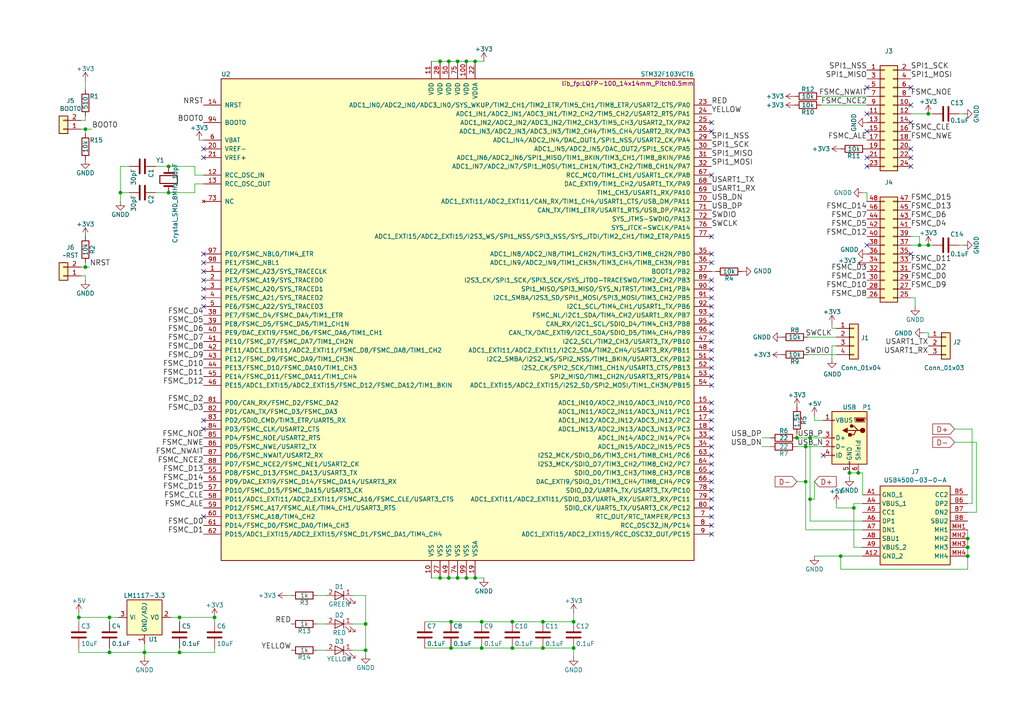
<source format=kicad_sch>
(kicad_sch (version 20230121) (generator eeschema)
  (paper "A4")
  (title_block (title "NANDO") (rev "v3.4"))
  (lib_symbols
    (symbol "USB4500-03-0-A:USB4500-03-0-A"
      (property "Reference" "J" (at 26.67 7.62 0))
      (property "Value" "USB4500-03-0-A" (at 26.67 5.08 0))
      (symbol "USB4500-03-0-A_1_1"
        (pin passive line (at 0 0 0) (length 5.08) (name "GND_1") (number "A1"))
        (pin passive line (at 0 -17.78 0) (length 5.08) (name "GND_2") (number "A12"))
        (pin passive line (at 0 -2.54 0) (length 5.08) (name "VBUS_1") (number "A4"))
        (pin passive line (at 0 -5.08 0) (length 5.08) (name "CC1") (number "A5"))
        (pin passive line (at 0 -7.62 0) (length 5.08) (name "DP1") (number "A6"))
        (pin passive line (at 0 -10.16 0) (length 5.08) (name "DN1") (number "A7"))
        (pin passive line (at 0 -12.7 0) (length 5.08) (name "SBU1") (number "A8"))
        (pin passive line (at 0 -15.24 0) (length 5.08) (name "VBUS_2") (number "A9"))
        (pin passive line (at 30.48 0 180) (length 5.08) (name "CC2") (number "B5"))
        (pin passive line (at 30.48 -2.54 180) (length 5.08) (name "DP2") (number "B6"))
        (pin passive line (at 30.48 -5.08 180) (length 5.08) (name "DN2") (number "B7"))
        (pin passive line (at 30.48 -7.62 180) (length 5.08) (name "SBU2") (number "B8"))
        (pin passive line (at 30.48 -10.16 180) (length 5.08) (name "MH1") (number "MH1"))
        (pin passive line (at 30.48 -12.7 180) (length 5.08) (name "MH2") (number "MH2"))
        (pin passive line (at 30.48 -15.24 180) (length 5.08) (name "MH3") (number "MH3"))
        (pin passive line (at 30.48 -17.78 180) (length 5.08) (name "MH4") (number "MH4"))
      )
    )
    (symbol "nand_programmator:+3.3V" (power) (pin_names (offset 0))
      (property "Value" "+3.3V" (at 0 3.556 0))
      (symbol "+3.3V_1_1"
        (pin power_in line (at 0 0 90) (length 0) hide (name "+3V3") (number "1"))
      )
    )
    (symbol "nand_programmator:+5V" (power) (pin_names (offset 0))
      (property "Value" "+5V" (at 0 3.556 0))
      (symbol "+5V_1_1"
        (pin power_in line (at 0 0 90) (length 0) hide (name "+5V") (number "1"))
      )
    )
    (symbol "nand_programmator:C" (pin_numbers hide) (pin_names (offset 0.254))
      (property "Reference" "C" (at 0.635 2.54 0))
      (property "Value" "C" (at 0.635 -2.54 0))
      (symbol "C_1_1"
        (pin passive line (at 0 3.81 270) (length 2.794) (name "~") (number "1"))
        (pin passive line (at 0 -3.81 90) (length 2.794) (name "~") (number "2"))
      )
    )
    (symbol "nand_programmator:Conn_01x02" (pin_names (offset 1.016) hide)
      (property "Reference" "J" (at 0 2.54 0))
      (property "Value" "Conn_01x02" (at 0 -5.08 0))
      (symbol "Conn_01x02_1_1"
        (pin passive line (at -5.08 0 0) (length 3.81) (name "Pin_1") (number "1"))
        (pin passive line (at -5.08 -2.54 0) (length 3.81) (name "Pin_2") (number "2"))
      )
    )
    (symbol "nand_programmator:Conn_01x03" (pin_names (offset 1.016) hide)
      (property "Reference" "J" (at 0 5.08 0))
      (property "Value" "Conn_01x03" (at 0 -5.08 0))
      (symbol "Conn_01x03_1_1"
        (pin passive line (at -5.08 2.54 0) (length 3.81) (name "Pin_1") (number "1"))
        (pin passive line (at -5.08 0 0) (length 3.81) (name "Pin_2") (number "2"))
        (pin passive line (at -5.08 -2.54 0) (length 3.81) (name "Pin_3") (number "3"))
      )
    )
    (symbol "nand_programmator:Conn_01x04" (pin_names (offset 1.016) hide)
      (property "Reference" "J" (at 0 5.08 0))
      (property "Value" "Conn_01x04" (at 0 -7.62 0))
      (symbol "Conn_01x04_1_1"
        (pin passive line (at -5.08 2.54 0) (length 3.81) (name "Pin_1") (number "1"))
        (pin passive line (at -5.08 0 0) (length 3.81) (name "Pin_2") (number "2"))
        (pin passive line (at -5.08 -2.54 0) (length 3.81) (name "Pin_3") (number "3"))
        (pin passive line (at -5.08 -5.08 0) (length 3.81) (name "Pin_4") (number "4"))
      )
    )
    (symbol "nand_programmator:Conn_02x12_Odd_Even_Left" (pin_names (offset 1.016) hide)
      (property "Reference" "J" (at 1.27 15.24 0))
      (property "Value" "Conn_02x12_Odd_Even_Left" (at 1.27 -17.78 0))
      (symbol "Conn_02x12_Odd_Even_Left_1_1"
        (pin passive line (at -5.08 12.7 0) (length 3.81) (name "Pin_1") (number "1"))
        (pin passive line (at 7.62 2.54 180) (length 3.81) (name "Pin_10") (number "10"))
        (pin passive line (at -5.08 0 0) (length 3.81) (name "Pin_11") (number "11"))
        (pin passive line (at 7.62 0 180) (length 3.81) (name "Pin_12") (number "12"))
        (pin passive line (at -5.08 -2.54 0) (length 3.81) (name "Pin_13") (number "13"))
        (pin passive line (at 7.62 -2.54 180) (length 3.81) (name "Pin_14") (number "14"))
        (pin passive line (at -5.08 -5.08 0) (length 3.81) (name "Pin_15") (number "15"))
        (pin passive line (at 7.62 -5.08 180) (length 3.81) (name "Pin_16") (number "16"))
        (pin passive line (at -5.08 -7.62 0) (length 3.81) (name "Pin_17") (number "17"))
        (pin passive line (at 7.62 -7.62 180) (length 3.81) (name "Pin_18") (number "18"))
        (pin passive line (at -5.08 -10.16 0) (length 3.81) (name "Pin_19") (number "19"))
        (pin passive line (at 7.62 12.7 180) (length 3.81) (name "Pin_2") (number "2"))
        (pin passive line (at 7.62 -10.16 180) (length 3.81) (name "Pin_20") (number "20"))
        (pin passive line (at -5.08 -12.7 0) (length 3.81) (name "Pin_21") (number "21"))
        (pin passive line (at 7.62 -12.7 180) (length 3.81) (name "Pin_22") (number "22"))
        (pin passive line (at -5.08 -15.24 0) (length 3.81) (name "Pin_23") (number "23"))
        (pin passive line (at 7.62 -15.24 180) (length 3.81) (name "Pin_24") (number "24"))
        (pin passive line (at -5.08 10.16 0) (length 3.81) (name "Pin_3") (number "3"))
        (pin passive line (at 7.62 10.16 180) (length 3.81) (name "Pin_4") (number "4"))
        (pin passive line (at -5.08 7.62 0) (length 3.81) (name "Pin_5") (number "5"))
        (pin passive line (at 7.62 7.62 180) (length 3.81) (name "Pin_6") (number "6"))
        (pin passive line (at -5.08 5.08 0) (length 3.81) (name "Pin_7") (number "7"))
        (pin passive line (at 7.62 5.08 180) (length 3.81) (name "Pin_8") (number "8"))
        (pin passive line (at -5.08 2.54 0) (length 3.81) (name "Pin_9") (number "9"))
      )
    )
    (symbol "nand_programmator:Conn_02x12_Odd_Even_Right" (pin_names (offset 1.016) hide)
      (property "Reference" "J" (at 1.27 15.24 0))
      (property "Value" "Conn_02x12_Odd_Even_Right" (at 1.27 -17.78 0))
      (symbol "Conn_02x12_Odd_Even_Right_1_1"
        (pin passive line (at 7.62 -15.24 180) (length 3.81) (name "Pin_25") (number "25"))
        (pin passive line (at -5.08 -15.24 0) (length 3.81) (name "Pin_26") (number "26"))
        (pin passive line (at 7.62 -12.7 180) (length 3.81) (name "Pin_27") (number "27"))
        (pin passive line (at -5.08 -12.7 0) (length 3.81) (name "Pin_28") (number "28"))
        (pin passive line (at 7.62 -10.16 180) (length 3.81) (name "Pin_29") (number "29"))
        (pin passive line (at -5.08 -10.16 0) (length 3.81) (name "Pin_30") (number "30"))
        (pin passive line (at 7.62 -7.62 180) (length 3.81) (name "Pin_31") (number "31"))
        (pin passive line (at -5.08 -7.62 0) (length 3.81) (name "Pin_32") (number "32"))
        (pin passive line (at 7.62 -5.08 180) (length 3.81) (name "Pin_33") (number "33"))
        (pin passive line (at -5.08 -5.08 0) (length 3.81) (name "Pin_34") (number "34"))
        (pin passive line (at 7.62 -2.54 180) (length 3.81) (name "Pin_35") (number "35"))
        (pin passive line (at -5.08 -2.54 0) (length 3.81) (name "Pin_36") (number "36"))
        (pin passive line (at 7.62 0 180) (length 3.81) (name "Pin_37") (number "37"))
        (pin passive line (at -5.08 0 0) (length 3.81) (name "Pin_38") (number "38"))
        (pin passive line (at 7.62 2.54 180) (length 3.81) (name "Pin_39") (number "39"))
        (pin passive line (at -5.08 2.54 0) (length 3.81) (name "Pin_40") (number "40"))
        (pin passive line (at 7.62 5.08 180) (length 3.81) (name "Pin_41") (number "41"))
        (pin passive line (at -5.08 5.08 0) (length 3.81) (name "Pin_42") (number "42"))
        (pin passive line (at 7.62 7.62 180) (length 3.81) (name "Pin_43") (number "43"))
        (pin passive line (at -5.08 7.62 0) (length 3.81) (name "Pin_44") (number "44"))
        (pin passive line (at 7.62 10.16 180) (length 3.81) (name "Pin_45") (number "45"))
        (pin passive line (at -5.08 10.16 0) (length 3.81) (name "Pin_46") (number "46"))
        (pin passive line (at 7.62 12.7 180) (length 3.81) (name "Pin_47") (number "47"))
        (pin passive line (at -5.08 12.7 0) (length 3.81) (name "Pin_48") (number "48"))
      )
    )
    (symbol "nand_programmator:Crystal" (pin_numbers hide) (pin_names (offset 1.016) hide)
      (property "Reference" "Y" (at 0 3.81 0))
      (property "Value" "Crystal" (at 0 -3.81 0))
      (symbol "Crystal_1_1"
        (pin passive line (at -3.81 0 0) (length 1.27) (name "1") (number "1"))
        (pin passive line (at 3.81 0 180) (length 1.27) (name "2") (number "2"))
      )
    )
    (symbol "nand_programmator:GNDD" (power) (pin_names (offset 0))
      (property "Value" "GNDD" (at 0 -3.81 0))
      (symbol "GNDD_1_1"
        (pin power_in line (at 0 0 270) (length 0) hide (name "GNDD") (number "1"))
      )
    )
    (symbol "nand_programmator:LED" (pin_names (offset 1.016) hide)
      (property "Reference" "D" (at 0 2.54 0))
      (property "Value" "LED" (at 0 -2.54 0))
      (symbol "LED_1_1"
        (pin passive line (at -3.81 0 0) (length 2.54) (name "K") (number "1"))
        (pin passive line (at 3.81 0 180) (length 2.54) (name "A") (number "2"))
      )
    )
    (symbol "nand_programmator:LM1117-3.3" (pin_names (offset 0.762))
      (property "Reference" "U" (at 2.54 -6.35 0))
      (property "Value" "LM1117-3.3" (at 0 6.35 0))
      (symbol "LM1117-3.3_1_1"
        (pin power_in line (at 0 -7.62 90) (length 2.54) (name "GND/ADJ") (number "1"))
        (pin power_out line (at 7.62 0 180) (length 2.54) (name "VO") (number "2"))
        (pin power_in line (at -7.62 0 0) (length 2.54) (name "VI") (number "3"))
        (pin power_out line (at 7.62 0 180) (length 2.54) hide (name "VO") (number "4"))
      )
    )
    (symbol "nand_programmator:R" (pin_numbers hide) (pin_names (offset 0))
      (property "Reference" "R" (at 2.032 0 90))
      (property "Value" "R" (at 0 0 90))
      (symbol "R_1_1"
        (pin passive line (at 0 3.81 270) (length 1.27) (name "~") (number "1"))
        (pin passive line (at 0 -3.81 90) (length 1.27) (name "~") (number "2"))
      )
    )
    (symbol "nand_programmator:STM32F103VCTx" (pin_names (offset 1.016))
      (property "Reference" "U" (at -68.58 71.755 0))
      (property "Value" "STM32F103VCTx" (at 68.58 71.755 0))
      (property "Footprint" "LQFP100" (at 68.58 70.485 0))
      (symbol "STM32F103VCTx_1_1"
        (pin bidirectional line (at -73.66 15.24 0) (length 5.08) (name "PE2/FSMC_A23/SYS_TRACECLK") (number "1"))
        (pin power_in line (at -7.62 -73.66 90) (length 5.08) (name "VSS") (number "10"))
        (pin power_in line (at 2.54 76.2 270) (length 5.08) (name "VDD") (number "100"))
        (pin power_in line (at -7.62 76.2 270) (length 5.08) (name "VDD") (number "11"))
        (pin input line (at -73.66 43.18 0) (length 5.08) (name "RCC_OSC_IN") (number "12"))
        (pin input line (at -73.66 40.64 0) (length 5.08) (name "RCC_OSC_OUT") (number "13"))
        (pin input line (at -73.66 63.5 0) (length 5.08) (name "NRST") (number "14"))
        (pin bidirectional line (at 73.66 -22.86 180) (length 5.08) (name "ADC1_IN10/ADC2_IN10/ADC3_IN10/PC0") (number "15"))
        (pin bidirectional line (at 73.66 -25.4 180) (length 5.08) (name "ADC1_IN11/ADC2_IN11/ADC3_IN11/PC1") (number "16"))
        (pin bidirectional line (at 73.66 -27.94 180) (length 5.08) (name "ADC1_IN12/ADC2_IN12/ADC3_IN12/PC2") (number "17"))
        (pin bidirectional line (at 73.66 -30.48 180) (length 5.08) (name "ADC1_IN13/ADC2_IN13/ADC3_IN13/PC3") (number "18"))
        (pin power_in line (at 5.08 -73.66 90) (length 5.08) (name "VSSA") (number "19"))
        (pin bidirectional line (at -73.66 12.7 0) (length 5.08) (name "PE3/FSMC_A19/SYS_TRACED0") (number "2"))
        (pin power_in line (at -73.66 50.8 0) (length 5.08) (name "VREF-") (number "20"))
        (pin power_in line (at -73.66 48.26 0) (length 5.08) (name "VREF+") (number "21"))
        (pin power_in line (at 5.08 76.2 270) (length 5.08) (name "VDDA") (number "22"))
        (pin bidirectional line (at 73.66 63.5 180) (length 5.08) (name "ADC1_IN0/ADC2_IN0/ADC3_IN0/SYS_WKUP/TIM2_CH1/TIM2_ETR/TIM5_CH1/TIM8_ETR/USART2_CTS/PA0") (number "23"))
        (pin bidirectional line (at 73.66 60.96 180) (length 5.08) (name "ADC1_IN1/ADC2_IN1/ADC3_IN1/TIM2_CH2/TIM5_CH2/USART2_RTS/PA1") (number "24"))
        (pin bidirectional line (at 73.66 58.42 180) (length 5.08) (name "ADC1_IN2/ADC2_IN2/ADC3_IN2/TIM2_CH3/TIM5_CH3/USART2_TX/PA2") (number "25"))
        (pin bidirectional line (at 73.66 55.88 180) (length 5.08) (name "ADC1_IN3/ADC2_IN3/ADC3_IN3/TIM2_CH4/TIM5_CH4/USART2_RX/PA3") (number "26"))
        (pin power_in line (at -5.08 -73.66 90) (length 5.08) (name "VSS") (number "27"))
        (pin power_in line (at -5.08 76.2 270) (length 5.08) (name "VDD") (number "28"))
        (pin bidirectional line (at 73.66 53.34 180) (length 5.08) (name "ADC1_IN4/ADC2_IN4/DAC_OUT1/SPI1_NSS/USART2_CK/PA4") (number "29"))
        (pin bidirectional line (at -73.66 10.16 0) (length 5.08) (name "PE4/FSMC_A20/SYS_TRACED1") (number "3"))
        (pin bidirectional line (at 73.66 50.8 180) (length 5.08) (name "ADC1_IN5/ADC2_IN5/DAC_OUT2/SPI1_SCK/PA5") (number "30"))
        (pin bidirectional line (at 73.66 48.26 180) (length 5.08) (name "ADC1_IN6/ADC2_IN6/SPI1_MISO/TIM1_BKIN/TIM3_CH1/TIM8_BKIN/PA6") (number "31"))
        (pin bidirectional line (at 73.66 45.72 180) (length 5.08) (name "ADC1_IN7/ADC2_IN7/SPI1_MOSI/TIM1_CH1N/TIM3_CH2/TIM8_CH1N/PA7") (number "32"))
        (pin bidirectional line (at 73.66 -33.02 180) (length 5.08) (name "ADC1_IN14/ADC2_IN14/PC4") (number "33"))
        (pin bidirectional line (at 73.66 -35.56 180) (length 5.08) (name "ADC1_IN15/ADC2_IN15/PC5") (number "34"))
        (pin bidirectional line (at 73.66 20.32 180) (length 5.08) (name "ADC1_IN8/ADC2_IN8/TIM1_CH2N/TIM3_CH3/TIM8_CH2N/PB0") (number "35"))
        (pin bidirectional line (at 73.66 17.78 180) (length 5.08) (name "ADC1_IN9/ADC2_IN9/TIM1_CH3N/TIM3_CH4/TIM8_CH3N/PB1") (number "36"))
        (pin bidirectional line (at 73.66 15.24 180) (length 5.08) (name "BOOT1/PB2") (number "37"))
        (pin bidirectional line (at -73.66 2.54 0) (length 5.08) (name "PE7/FSMC_D4/FSMC_DA4/TIM1_ETR") (number "38"))
        (pin bidirectional line (at -73.66 0 0) (length 5.08) (name "PE8/FSMC_D5/FSMC_DA5/TIM1_CH1N") (number "39"))
        (pin bidirectional line (at -73.66 7.62 0) (length 5.08) (name "PE5/FSMC_A21/SYS_TRACED2") (number "4"))
        (pin bidirectional line (at -73.66 -2.54 0) (length 5.08) (name "PE9/DAC_EXTI9/FSMC_D6/FSMC_DA6/TIM1_CH1") (number "40"))
        (pin bidirectional line (at -73.66 -5.08 0) (length 5.08) (name "PE10/FSMC_D7/FSMC_DA7/TIM1_CH2N") (number "41"))
        (pin bidirectional line (at -73.66 -7.62 0) (length 5.08) (name "PE11/ADC1_EXTI11/ADC2_EXTI11/FSMC_D8/FSMC_DA8/TIM1_CH2") (number "42"))
        (pin bidirectional line (at -73.66 -10.16 0) (length 5.08) (name "PE12/FSMC_D9/FSMC_DA9/TIM1_CH3N") (number "43"))
        (pin bidirectional line (at -73.66 -12.7 0) (length 5.08) (name "PE13/FSMC_D10/FSMC_DA10/TIM1_CH3") (number "44"))
        (pin bidirectional line (at -73.66 -15.24 0) (length 5.08) (name "PE14/FSMC_D11/FSMC_DA11/TIM1_CH4") (number "45"))
        (pin bidirectional line (at -73.66 -17.78 0) (length 5.08) (name "PE15/ADC1_EXTI15/ADC2_EXTI15/FSMC_D12/FSMC_DA12/TIM1_BKIN") (number "46"))
        (pin bidirectional line (at 73.66 -5.08 180) (length 5.08) (name "I2C2_SCL/TIM2_CH3/USART3_TX/PB10") (number "47"))
        (pin bidirectional line (at 73.66 -7.62 180) (length 5.08) (name "ADC1_EXTI11/ADC2_EXTI11/I2C2_SDA/TIM2_CH4/USART3_RX/PB11") (number "48"))
        (pin power_in line (at -2.54 -73.66 90) (length 5.08) (name "VSS") (number "49"))
        (pin bidirectional line (at -73.66 5.08 0) (length 5.08) (name "PE6/FSMC_A22/SYS_TRACED3") (number "5"))
        (pin power_in line (at -2.54 76.2 270) (length 5.08) (name "VDD") (number "50"))
        (pin bidirectional line (at 73.66 -10.16 180) (length 5.08) (name "I2C2_SMBA/I2S2_WS/SPI2_NSS/TIM1_BKIN/USART3_CK/PB12") (number "51"))
        (pin bidirectional line (at 73.66 -12.7 180) (length 5.08) (name "I2S2_CK/SPI2_SCK/TIM1_CH1N/USART3_CTS/PB13") (number "52"))
        (pin bidirectional line (at 73.66 -15.24 180) (length 5.08) (name "SPI2_MISO/TIM1_CH2N/USART3_RTS/PB14") (number "53"))
        (pin bidirectional line (at 73.66 -17.78 180) (length 5.08) (name "ADC1_EXTI15/ADC2_EXTI15/I2S2_SD/SPI2_MOSI/TIM1_CH3N/PB15") (number "54"))
        (pin bidirectional line (at -73.66 -43.18 0) (length 5.08) (name "PD8/FSMC_D13/FSMC_DA13/USART3_TX") (number "55"))
        (pin bidirectional line (at -73.66 -45.72 0) (length 5.08) (name "PD9/DAC_EXTI9/FSMC_D14/FSMC_DA14/USART3_RX") (number "56"))
        (pin bidirectional line (at -73.66 -48.26 0) (length 5.08) (name "PD10/FSMC_D15/FSMC_DA15/USART3_CK") (number "57"))
        (pin bidirectional line (at -73.66 -50.8 0) (length 5.08) (name "PD11/ADC1_EXTI11/ADC2_EXTI11/FSMC_A16/FSMC_CLE/USART3_CTS") (number "58"))
        (pin bidirectional line (at -73.66 -53.34 0) (length 5.08) (name "PD12/FSMC_A17/FSMC_ALE/TIM4_CH1/USART3_RTS") (number "59"))
        (pin power_in line (at -73.66 53.34 0) (length 5.08) (name "VBAT") (number "6"))
        (pin bidirectional line (at -73.66 -55.88 0) (length 5.08) (name "PD13/FSMC_A18/TIM4_CH2") (number "60"))
        (pin bidirectional line (at -73.66 -58.42 0) (length 5.08) (name "PD14/FSMC_D0/FSMC_DA0/TIM4_CH3") (number "61"))
        (pin bidirectional line (at -73.66 -60.96 0) (length 5.08) (name "PD15/ADC1_EXTI15/ADC2_EXTI15/FSMC_D1/FSMC_DA1/TIM4_CH4") (number "62"))
        (pin bidirectional line (at 73.66 -38.1 180) (length 5.08) (name "I2S2_MCK/SDIO_D6/TIM3_CH1/TIM8_CH1/PC6") (number "63"))
        (pin bidirectional line (at 73.66 -40.64 180) (length 5.08) (name "I2S3_MCK/SDIO_D7/TIM3_CH2/TIM8_CH2/PC7") (number "64"))
        (pin bidirectional line (at 73.66 -43.18 180) (length 5.08) (name "SDIO_D0/TIM3_CH3/TIM8_CH3/PC8") (number "65"))
        (pin bidirectional line (at 73.66 -45.72 180) (length 5.08) (name "DAC_EXTI9/SDIO_D1/TIM3_CH4/TIM8_CH4/PC9") (number "66"))
        (pin bidirectional line (at 73.66 43.18 180) (length 5.08) (name "RCC_MCO/TIM1_CH1/USART1_CK/PA8") (number "67"))
        (pin bidirectional line (at 73.66 40.64 180) (length 5.08) (name "DAC_EXTI9/TIM1_CH2/USART1_TX/PA9") (number "68"))
        (pin bidirectional line (at 73.66 38.1 180) (length 5.08) (name "TIM1_CH3/USART1_RX/PA10") (number "69"))
        (pin bidirectional line (at 73.66 -55.88 180) (length 5.08) (name "RTC_OUT/RTC_TAMPER/PC13") (number "7"))
        (pin bidirectional line (at 73.66 35.56 180) (length 5.08) (name "ADC1_EXTI11/ADC2_EXTI11/CAN_RX/TIM1_CH4/USART1_CTS/USB_DM/PA11") (number "70"))
        (pin bidirectional line (at 73.66 33.02 180) (length 5.08) (name "CAN_TX/TIM1_ETR/USART1_RTS/USB_DP/PA12") (number "71"))
        (pin bidirectional line (at 73.66 30.48 180) (length 5.08) (name "SYS_JTMS-SWDIO/PA13") (number "72"))
        (pin no_connect line (at -73.66 35.56 0) (length 5.08) (name "NC") (number "73"))
        (pin power_in line (at 0 -73.66 90) (length 5.08) (name "VSS") (number "74"))
        (pin power_in line (at 0 76.2 270) (length 5.08) (name "VDD") (number "75"))
        (pin bidirectional line (at 73.66 27.94 180) (length 5.08) (name "SYS_JTCK-SWCLK/PA14") (number "76"))
        (pin bidirectional line (at 73.66 25.4 180) (length 5.08) (name "ADC1_EXTI15/ADC2_EXTI15/I2S3_WS/SPI1_NSS/SPI3_NSS/SYS_JTDI/TIM2_CH1/TIM2_ETR/PA15") (number "77"))
        (pin bidirectional line (at 73.66 -48.26 180) (length 5.08) (name "SDIO_D2/UART4_TX/USART3_TX/PC10") (number "78"))
        (pin bidirectional line (at 73.66 -50.8 180) (length 5.08) (name "ADC1_EXTI11/ADC2_EXTI11/SDIO_D3/UART4_RX/USART3_RX/PC11") (number "79"))
        (pin bidirectional line (at 73.66 -58.42 180) (length 5.08) (name "RCC_OSC32_IN/PC14") (number "8"))
        (pin bidirectional line (at 73.66 -53.34 180) (length 5.08) (name "SDIO_CK/UART5_TX/USART3_CK/PC12") (number "80"))
        (pin bidirectional line (at -73.66 -22.86 0) (length 5.08) (name "PD0/CAN_RX/FSMC_D2/FSMC_DA2") (number "81"))
        (pin bidirectional line (at -73.66 -25.4 0) (length 5.08) (name "PD1/CAN_TX/FSMC_D3/FSMC_DA3") (number "82"))
        (pin bidirectional line (at -73.66 -27.94 0) (length 5.08) (name "PD2/SDIO_CMD/TIM3_ETR/UART5_RX") (number "83"))
        (pin bidirectional line (at -73.66 -30.48 0) (length 5.08) (name "PD3/FSMC_CLK/USART2_CTS") (number "84"))
        (pin bidirectional line (at -73.66 -33.02 0) (length 5.08) (name "PD4/FSMC_NOE/USART2_RTS") (number "85"))
        (pin bidirectional line (at -73.66 -35.56 0) (length 5.08) (name "PD5/FSMC_NWE/USART2_TX") (number "86"))
        (pin bidirectional line (at -73.66 -38.1 0) (length 5.08) (name "PD6/FSMC_NWAIT/USART2_RX") (number "87"))
        (pin bidirectional line (at -73.66 -40.64 0) (length 5.08) (name "PD7/FSMC_NCE2/FSMC_NE1/USART2_CK") (number "88"))
        (pin bidirectional line (at 73.66 12.7 180) (length 5.08) (name "I2S3_CK/SPI1_SCK/SPI3_SCK/SYS_JTDO-TRACESWO/TIM2_CH2/PB3") (number "89"))
        (pin bidirectional line (at 73.66 -60.96 180) (length 5.08) (name "ADC1_EXTI15/ADC2_EXTI15/RCC_OSC32_OUT/PC15") (number "9"))
        (pin bidirectional line (at 73.66 10.16 180) (length 5.08) (name "SPI1_MISO/SPI3_MISO/SYS_NJTRST/TIM3_CH1/PB4") (number "90"))
        (pin bidirectional line (at 73.66 7.62 180) (length 5.08) (name "I2C1_SMBA/I2S3_SD/SPI1_MOSI/SPI3_MOSI/TIM3_CH2/PB5") (number "91"))
        (pin bidirectional line (at 73.66 5.08 180) (length 5.08) (name "I2C1_SCL/TIM4_CH1/USART1_TX/PB6") (number "92"))
        (pin bidirectional line (at 73.66 2.54 180) (length 5.08) (name "FSMC_NL/I2C1_SDA/TIM4_CH2/USART1_RX/PB7") (number "93"))
        (pin input line (at -73.66 58.42 0) (length 5.08) (name "BOOT0") (number "94"))
        (pin bidirectional line (at 73.66 0 180) (length 5.08) (name "CAN_RX/I2C1_SCL/SDIO_D4/TIM4_CH3/PB8") (number "95"))
        (pin bidirectional line (at 73.66 -2.54 180) (length 5.08) (name "CAN_TX/DAC_EXTI9/I2C1_SDA/SDIO_D5/TIM4_CH4/PB9") (number "96"))
        (pin bidirectional line (at -73.66 20.32 0) (length 5.08) (name "PE0/FSMC_NBL0/TIM4_ETR") (number "97"))
        (pin bidirectional line (at -73.66 17.78 0) (length 5.08) (name "PE1/FSMC_NBL1") (number "98"))
        (pin power_in line (at 2.54 -73.66 90) (length 5.08) (name "VSS") (number "99"))
      )
    )
    (symbol "nand_programmator:USB_B_Micro" (pin_names (offset 1.016))
      (property "Reference" "J" (at -5.08 11.43 0))
      (property "Value" "USB_B_Micro" (at -5.08 8.89 0))
      (symbol "USB_B_Micro_1_1"
        (pin power_out line (at 7.62 5.08 180) (length 2.54) (name "VBUS") (number "1"))
        (pin passive line (at 7.62 -2.54 180) (length 2.54) (name "D-") (number "2"))
        (pin passive line (at 7.62 0 180) (length 2.54) (name "D+") (number "3"))
        (pin passive line (at 7.62 -5.08 180) (length 2.54) (name "ID") (number "4"))
        (pin power_out line (at 0 -10.16 90) (length 2.54) (name "GND") (number "5"))
        (pin passive line (at -2.54 -10.16 90) (length 2.54) (name "Shield") (number "6"))
      )
    )
  )
  (junction (at 243.84 161.29))
  (junction (at 139.7 187.96))
  (junction (at 137.795 167.64))
  (junction (at 132.715 167.64))
  (junction (at 52.07 179.07))
  (junction (at 106.045 188.595))
  (junction (at 166.37 187.96))
  (junction (at 234.95 144.78))
  (junction (at 280.67 161.29))
  (junction (at 22.86 179.07))
  (junction (at 280.67 158.75))
  (junction (at 130.175 17.78))
  (junction (at 24.765 37.465))
  (junction (at 24.765 77.47))
  (junction (at 246.38 137.16))
  (junction (at 48.895 55.88))
  (junction (at 52.07 189.23))
  (junction (at 62.23 179.07))
  (junction (at 135.255 17.78))
  (junction (at 127.635 167.64))
  (junction (at 132.715 17.78))
  (junction (at 48.895 48.26))
  (junction (at 269.24 33.02))
  (junction (at 157.48 180.34))
  (junction (at 266.7 71.12))
  (junction (at 231.14 127))
  (junction (at 135.255 167.64))
  (junction (at 233.68 139.7))
  (junction (at 157.48 187.96))
  (junction (at 130.81 187.96))
  (junction (at 130.81 180.34))
  (junction (at 130.175 167.64))
  (junction (at 248.92 137.16))
  (junction (at 233.68 129.54))
  (junction (at 34.925 55.88))
  (junction (at 234.95 127))
  (junction (at 31.75 189.23))
  (junction (at 166.37 180.34))
  (junction (at 280.67 156.21))
  (junction (at 139.7 180.34))
  (junction (at 41.91 189.23))
  (junction (at 31.75 179.07))
  (junction (at 127.635 17.78))
  (junction (at 106.045 180.975))
  (junction (at 269.24 71.12))
  (junction (at 148.59 180.34))
  (junction (at 148.59 187.96))
  (junction (at 137.795 17.78))
  (junction (at 247.65 147.32))
  (no_connect (at 251.46 48.26))
  (no_connect (at 264.16 35.56))
  (no_connect (at 206.375 109.22))
  (no_connect (at 251.46 38.1))
  (no_connect (at 206.375 38.1))
  (no_connect (at 59.055 76.2))
  (no_connect (at 206.375 93.98))
  (no_connect (at 206.375 81.28))
  (no_connect (at 251.46 33.02))
  (no_connect (at 206.375 152.4))
  (no_connect (at 264.16 45.72))
  (no_connect (at 59.055 124.46))
  (no_connect (at 206.375 99.06))
  (no_connect (at 264.16 43.18))
  (no_connect (at 59.055 149.86))
  (no_connect (at 206.375 111.76))
  (no_connect (at 206.375 76.2))
  (no_connect (at 59.055 88.9))
  (no_connect (at 251.46 71.12))
  (no_connect (at 264.16 48.26))
  (no_connect (at 206.375 144.78))
  (no_connect (at 59.055 73.66))
  (no_connect (at 206.375 104.14))
  (no_connect (at 238.76 132.08))
  (no_connect (at 264.16 73.66))
  (no_connect (at 206.375 50.8))
  (no_connect (at 206.375 149.86))
  (no_connect (at 206.375 86.36))
  (no_connect (at 206.375 154.94))
  (no_connect (at 206.375 132.08))
  (no_connect (at 59.055 43.18))
  (no_connect (at 251.46 45.72))
  (no_connect (at 206.375 127))
  (no_connect (at 206.375 83.82))
  (no_connect (at 206.375 134.62))
  (no_connect (at 206.375 91.44))
  (no_connect (at 264.16 30.48))
  (no_connect (at 206.375 96.52))
  (no_connect (at 59.055 78.74))
  (no_connect (at 206.375 73.66))
  (no_connect (at 59.055 86.36))
  (no_connect (at 206.375 88.9))
  (no_connect (at 206.375 35.56))
  (no_connect (at 206.375 147.32))
  (no_connect (at 59.055 83.82))
  (no_connect (at 59.055 45.72))
  (no_connect (at 206.375 101.6))
  (no_connect (at 206.375 129.54))
  (no_connect (at 206.375 68.58))
  (no_connect (at 206.375 106.68))
  (no_connect (at 264.16 25.4))
  (no_connect (at 206.375 121.92))
  (no_connect (at 206.375 116.84))
  (no_connect (at 206.375 137.16))
  (no_connect (at 206.375 139.7))
  (no_connect (at 59.055 81.28))
  (no_connect (at 251.46 25.4))
  (no_connect (at 206.375 119.38))
  (no_connect (at 206.375 142.24))
  (no_connect (at 206.375 124.46))
  (no_connect (at 59.055 121.92))
  (wire (pts (xy 132.715 17.78) (xy 135.255 17.78)))
  (wire (pts (xy 26.67 37.465) (xy 24.765 37.465)))
  (wire (pts (xy 127.635 167.64) (xy 130.175 167.64)))
  (wire (pts (xy 246.38 137.16) (xy 248.92 137.16)))
  (wire (pts (xy 127.635 17.78) (xy 130.175 17.78)))
  (wire (pts (xy 22.86 179.07) (xy 22.86 180.34)))
  (wire (pts (xy 62.23 179.07) (xy 62.23 180.34)))
  (wire (pts (xy 246.38 137.16) (xy 246.38 138.43)))
  (wire (pts (xy 57.785 40.64) (xy 59.055 40.64)))
  (wire (pts (xy 280.67 158.75) (xy 280.67 161.29)))
  (wire (pts (xy 276.86 124.46) (xy 281.94 124.46)))
  (wire (pts (xy 92.075 180.975) (xy 94.615 180.975)))
  (wire (pts (xy 125.095 167.64) (xy 127.635 167.64)))
  (wire (pts (xy 102.235 172.72) (xy 106.045 172.72)))
  (wire (pts (xy 23.495 77.47) (xy 24.765 77.47)))
  (wire (pts (xy 132.715 167.64) (xy 135.255 167.64)))
  (wire (pts (xy 231.14 127) (xy 231.14 125.73)))
  (wire (pts (xy 24.765 23.495) (xy 24.765 26.035)))
  (wire (pts (xy 280.67 153.67) (xy 280.67 156.21)))
  (wire (pts (xy 157.48 180.34) (xy 166.37 180.34)))
  (wire (pts (xy 24.765 77.47) (xy 24.765 76.2)))
  (wire (pts (xy 130.81 180.34) (xy 139.7 180.34)))
  (wire (pts (xy 266.7 68.58) (xy 266.7 71.12)))
  (wire (pts (xy 264.16 86.36) (xy 265.43 86.36)))
  (wire (pts (xy 22.86 187.96) (xy 22.86 189.23)))
  (wire (pts (xy 280.67 161.29) (xy 280.67 165.1)))
  (wire (pts (xy 281.94 146.05) (xy 280.67 146.05)))
  (wire (pts (xy 41.91 186.69) (xy 41.91 189.23)))
  (wire (pts (xy 236.22 139.7) (xy 236.22 144.78)))
  (wire (pts (xy 233.68 129.54) (xy 233.68 139.7)))
  (wire (pts (xy 283.21 148.59) (xy 280.67 148.59)))
  (wire (pts (xy 24.765 80.01) (xy 24.765 81.28)))
  (wire (pts (xy 31.75 189.23) (xy 41.91 189.23)))
  (wire (pts (xy 41.91 189.23) (xy 52.07 189.23)))
  (wire (pts (xy 280.67 165.1) (xy 243.84 165.1)))
  (wire (pts (xy 31.75 179.07) (xy 34.29 179.07)))
  (wire (pts (xy 238.125 30.48) (xy 251.46 30.48)))
  (wire (pts (xy 267.97 96.52) (xy 269.24 96.52)))
  (wire (pts (xy 52.07 189.23) (xy 62.23 189.23)))
  (wire (pts (xy 270.51 71.12) (xy 269.24 71.12)))
  (wire (pts (xy 238.76 121.92) (xy 236.22 121.92)))
  (wire (pts (xy 234.315 97.79) (xy 242.57 97.79)))
  (wire (pts (xy 135.255 167.64) (xy 137.795 167.64)))
  (wire (pts (xy 238.125 27.94) (xy 251.46 27.94)))
  (wire (pts (xy 45.085 48.26) (xy 48.895 48.26)))
  (wire (pts (xy 31.75 187.96) (xy 31.75 189.23)))
  (wire (pts (xy 234.95 127) (xy 234.95 144.78)))
  (wire (pts (xy 41.91 189.23) (xy 41.91 190.5)))
  (wire (pts (xy 278.13 33.02) (xy 279.4 33.02)))
  (wire (pts (xy 24.765 37.465) (xy 24.765 38.735)))
  (wire (pts (xy 125.095 17.78) (xy 127.635 17.78)))
  (wire (pts (xy 23.495 37.465) (xy 24.765 37.465)))
  (wire (pts (xy 220.98 129.54) (xy 223.52 129.54)))
  (wire (pts (xy 166.37 180.34) (xy 166.37 177.8)))
  (wire (pts (xy 34.925 55.88) (xy 34.925 58.42)))
  (wire (pts (xy 247.65 146.05) (xy 247.65 147.32)))
  (wire (pts (xy 139.7 180.34) (xy 148.59 180.34)))
  (wire (pts (xy 269.24 96.52) (xy 269.24 97.79)))
  (wire (pts (xy 24.765 34.925) (xy 23.495 34.925)))
  (wire (pts (xy 34.925 48.26) (xy 34.925 55.88)))
  (wire (pts (xy 241.3 100.33) (xy 242.57 100.33)))
  (wire (pts (xy 234.315 102.87) (xy 242.57 102.87)))
  (wire (pts (xy 24.765 33.655) (xy 24.765 34.925)))
  (wire (pts (xy 56.515 53.34) (xy 59.055 53.34)))
  (wire (pts (xy 251.46 55.88) (xy 251.46 58.42)))
  (wire (pts (xy 236.22 144.78) (xy 234.95 144.78)))
  (wire (pts (xy 280.67 156.21) (xy 280.67 158.75)))
  (wire (pts (xy 241.3 95.25) (xy 242.57 95.25)))
  (wire (pts (xy 137.795 167.64) (xy 140.335 167.64)))
  (wire (pts (xy 83.185 172.72) (xy 84.455 172.72)))
  (wire (pts (xy 234.95 144.78) (xy 234.95 151.13)))
  (wire (pts (xy 250.19 161.29) (xy 243.84 161.29)))
  (wire (pts (xy 266.7 71.12) (xy 264.16 71.12)))
  (wire (pts (xy 106.045 188.595) (xy 106.045 189.865)))
  (wire (pts (xy 166.37 187.96) (xy 166.37 190.5)))
  (wire (pts (xy 269.24 71.12) (xy 266.7 71.12)))
  (wire (pts (xy 250.19 158.75) (xy 247.65 158.75)))
  (wire (pts (xy 62.23 189.23) (xy 62.23 187.96)))
  (wire (pts (xy 106.045 180.975) (xy 106.045 188.595)))
  (wire (pts (xy 102.235 180.975) (xy 106.045 180.975)))
  (wire (pts (xy 242.57 147.32) (xy 242.57 146.05)))
  (wire (pts (xy 52.07 180.34) (xy 52.07 179.07)))
  (wire (pts (xy 137.795 17.78) (xy 140.335 17.78)))
  (wire (pts (xy 250.19 143.51) (xy 250.19 137.16)))
  (wire (pts (xy 233.68 139.7) (xy 233.68 153.67)))
  (wire (pts (xy 92.075 172.72) (xy 94.615 172.72)))
  (wire (pts (xy 250.19 153.67) (xy 233.68 153.67)))
  (wire (pts (xy 278.13 71.12) (xy 279.4 71.12)))
  (wire (pts (xy 247.65 147.32) (xy 242.57 147.32)))
  (wire (pts (xy 23.495 80.01) (xy 24.765 80.01)))
  (wire (pts (xy 48.895 55.88) (xy 56.515 55.88)))
  (wire (pts (xy 22.86 177.8) (xy 22.86 179.07)))
  (wire (pts (xy 276.86 128.27) (xy 283.21 128.27)))
  (wire (pts (xy 264.16 68.58) (xy 266.7 68.58)))
  (wire (pts (xy 157.48 187.96) (xy 166.37 187.96)))
  (wire (pts (xy 241.3 104.14) (xy 241.3 100.33)))
  (wire (pts (xy 264.16 33.02) (xy 269.24 33.02)))
  (wire (pts (xy 130.175 17.78) (xy 132.715 17.78)))
  (wire (pts (xy 26.035 77.47) (xy 24.765 77.47)))
  (wire (pts (xy 130.81 187.96) (xy 139.7 187.96)))
  (wire (pts (xy 234.95 127) (xy 238.76 127)))
  (wire (pts (xy 22.86 179.07) (xy 31.75 179.07)))
  (wire (pts (xy 31.75 179.07) (xy 31.75 180.34)))
  (wire (pts (xy 92.075 188.595) (xy 94.615 188.595)))
  (wire (pts (xy 59.055 50.8) (xy 56.515 50.8)))
  (wire (pts (xy 243.84 165.1) (xy 243.84 161.29)))
  (wire (pts (xy 48.895 48.26) (xy 56.515 48.26)))
  (wire (pts (xy 247.65 146.05) (xy 250.19 146.05)))
  (wire (pts (xy 52.07 189.23) (xy 52.07 187.96)))
  (wire (pts (xy 56.515 55.88) (xy 56.515 53.34)))
  (wire (pts (xy 269.24 33.02) (xy 270.51 33.02)))
  (wire (pts (xy 45.085 55.88) (xy 48.895 55.88)))
  (wire (pts (xy 106.045 172.72) (xy 106.045 180.975)))
  (wire (pts (xy 123.19 187.96) (xy 130.81 187.96)))
  (wire (pts (xy 247.65 158.75) (xy 247.65 147.32)))
  (wire (pts (xy 148.59 187.96) (xy 157.48 187.96)))
  (wire (pts (xy 52.07 179.07) (xy 62.23 179.07)))
  (wire (pts (xy 123.19 180.34) (xy 130.81 180.34)))
  (wire (pts (xy 231.14 129.54) (xy 233.68 129.54)))
  (wire (pts (xy 243.84 161.29) (xy 236.22 161.29)))
  (wire (pts (xy 231.14 139.7) (xy 233.68 139.7)))
  (wire (pts (xy 22.86 189.23) (xy 31.75 189.23)))
  (wire (pts (xy 102.235 188.595) (xy 106.045 188.595)))
  (wire (pts (xy 148.59 180.34) (xy 157.48 180.34)))
  (wire (pts (xy 250.19 151.13) (xy 234.95 151.13)))
  (wire (pts (xy 49.53 179.07) (xy 52.07 179.07)))
  (wire (pts (xy 281.94 124.46) (xy 281.94 146.05)))
  (wire (pts (xy 56.515 50.8) (xy 56.515 48.26)))
  (wire (pts (xy 236.22 121.92) (xy 236.22 120.65)))
  (wire (pts (xy 250.19 137.16) (xy 248.92 137.16)))
  (wire (pts (xy 37.465 55.88) (xy 34.925 55.88)))
  (wire (pts (xy 265.43 86.36) (xy 265.43 88.9)))
  (wire (pts (xy 130.175 167.64) (xy 132.715 167.64)))
  (wire (pts (xy 135.255 17.78) (xy 137.795 17.78)))
  (wire (pts (xy 231.14 127) (xy 234.95 127)))
  (wire (pts (xy 139.7 187.96) (xy 148.59 187.96)))
  (wire (pts (xy 220.98 127) (xy 223.52 127)))
  (wire (pts (xy 233.68 129.54) (xy 238.76 129.54)))
  (wire (pts (xy 206.375 78.74) (xy 207.645 78.74)))
  (wire (pts (xy 250.19 55.88) (xy 251.46 55.88)))
  (wire (pts (xy 37.465 48.26) (xy 34.925 48.26)))
  (wire (pts (xy 283.21 128.27) (xy 283.21 148.59)))
  (wire (pts (xy 241.3 93.98) (xy 241.3 95.25)))
  (label "FSMC_D4" (at 264.16 66.04 0) (effects (font (size 1.524 1.524))))
  (label "FSMC_D2" (at 264.16 78.74 0) (effects (font (size 1.524 1.524))))
  (label "NRST" (at 59.055 30.48 180) (effects (font (size 1.524 1.524))))
  (label "FSMC_D0" (at 59.055 152.4 180) (effects (font (size 1.524 1.524))))
  (label "FSMC_D14" (at 251.46 60.96 180) (effects (font (size 1.524 1.524))))
  (label "SWDIO" (at 240.665 102.87 180) (effects (font (size 1.524 1.524))))
  (label "FSMC_D3" (at 251.46 78.74 180) (effects (font (size 1.524 1.524))))
  (label "USART1_TX" (at 269.24 100.33 180) (effects (font (size 1.524 1.524))))
  (label "FSMC_NOE" (at 264.16 27.94 0) (effects (font (size 1.524 1.524))))
  (label "USB_P" (at 238.76 127 180) (effects (font (size 1.524 1.524))))
  (label "FSMC_NWAIT" (at 251.46 27.94 180) (effects (font (size 1.524 1.524))))
  (label "FSMC_D7" (at 251.46 63.5 180) (effects (font (size 1.524 1.524))))
  (label "FSMC_NWE" (at 264.16 40.64 0) (effects (font (size 1.524 1.524))))
  (label "SWDIO" (at 206.375 63.5 0) (effects (font (size 1.524 1.524))))
  (label "FSMC_D3" (at 59.055 119.38 180) (effects (font (size 1.524 1.524))))
  (label "FSMC_D0" (at 264.16 81.28 0) (effects (font (size 1.524 1.524))))
  (label "SWCLK" (at 241.3 97.79 180) (effects (font (size 1.524 1.524))))
  (label "FSMC_D7" (at 59.055 99.06 180) (effects (font (size 1.524 1.524))))
  (label "USB_DP" (at 206.375 60.96 0) (effects (font (size 1.524 1.524))))
  (label "FSMC_D11" (at 264.16 76.2 0) (effects (font (size 1.524 1.524))))
  (label "FSMC_D6" (at 59.055 96.52 180) (effects (font (size 1.524 1.524))))
  (label "RED" (at 206.375 30.48 0) (effects (font (size 1.524 1.524))))
  (label "FSMC_D4" (at 59.055 91.44 180) (effects (font (size 1.524 1.524))))
  (label "FSMC_D9" (at 59.055 104.14 180) (effects (font (size 1.524 1.524))))
  (label "SPI1_MISO" (at 251.46 22.86 180) (effects (font (size 1.524 1.524))))
  (label "FSMC_D2" (at 59.055 116.84 180) (effects (font (size 1.524 1.524))))
  (label "FSMC_D5" (at 59.055 93.98 180) (effects (font (size 1.524 1.524))))
  (label "USART1_TX" (at 206.375 53.34 0) (effects (font (size 1.524 1.524))))
  (label "FSMC_D13" (at 264.16 60.96 0) (effects (font (size 1.524 1.524))))
  (label "FSMC_D10" (at 59.055 106.68 180) (effects (font (size 1.524 1.524))))
  (label "FSMC_D15" (at 59.055 142.24 180) (effects (font (size 1.524 1.524))))
  (label "FSMC_NWAIT" (at 59.055 132.08 180) (effects (font (size 1.524 1.524))))
  (label "FSMC_ALE" (at 251.46 40.64 180) (effects (font (size 1.524 1.524))))
  (label "USB_DN" (at 206.375 58.42 0) (effects (font (size 1.524 1.524))))
  (label "FSMC_D13" (at 59.055 137.16 180) (effects (font (size 1.524 1.524))))
  (label "FSMC_D15" (at 264.16 58.42 0) (effects (font (size 1.524 1.524))))
  (label "FSMC_ALE" (at 59.055 147.32 180) (effects (font (size 1.524 1.524))))
  (label "RED" (at 84.455 180.975 180) (effects (font (size 1.524 1.524))))
  (label "USB_DN" (at 220.98 129.54 180) (effects (font (size 1.524 1.524))))
  (label "SPI1_SCK" (at 264.16 20.32 0) (effects (font (size 1.524 1.524))))
  (label "USB_DP" (at 220.98 127 180) (effects (font (size 1.524 1.524))))
  (label "FSMC_D10" (at 251.46 83.82 180) (effects (font (size 1.524 1.524))))
  (label "FSMC_NCE2" (at 251.46 30.48 180) (effects (font (size 1.524 1.524))))
  (label "FSMC_NOE" (at 59.055 127 180) (effects (font (size 1.524 1.524))))
  (label "FSMC_D12" (at 59.055 111.76 180) (effects (font (size 1.524 1.524))))
  (label "FSMC_CLE" (at 264.16 38.1 0) (effects (font (size 1.524 1.524))))
  (label "YELLOW" (at 206.375 33.02 0) (effects (font (size 1.524 1.524))))
  (label "FSMC_CLE" (at 59.055 144.78 180) (effects (font (size 1.524 1.524))))
  (label "FSMC_D14" (at 59.055 139.7 180) (effects (font (size 1.524 1.524))))
  (label "FSMC_D1" (at 251.46 81.28 180) (effects (font (size 1.524 1.524))))
  (label "FSMC_D5" (at 251.46 66.04 180) (effects (font (size 1.524 1.524))))
  (label "BOOT0" (at 59.055 35.56 180) (effects (font (size 1.524 1.524))))
  (label "FSMC_D8" (at 251.46 86.36 180) (effects (font (size 1.524 1.524))))
  (label "SPI1_NSS" (at 206.375 40.64 0) (effects (font (size 1.524 1.524))))
  (label "USB_N" (at 238.76 129.54 180) (effects (font (size 1.524 1.524))))
  (label "BOOT0" (at 26.67 37.465 0) (effects (font (size 1.524 1.524))))
  (label "SPI1_SCK" (at 206.375 43.18 0) (effects (font (size 1.524 1.524))))
  (label "FSMC_D1" (at 59.055 154.94 180) (effects (font (size 1.524 1.524))))
  (label "USART1_RX" (at 206.375 55.88 0) (effects (font (size 1.524 1.524))))
  (label "USART1_RX" (at 269.24 102.87 180) (effects (font (size 1.524 1.524))))
  (label "NRST" (at 26.035 77.47 0) (effects (font (size 1.524 1.524))))
  (label "SPI1_MISO" (at 206.375 45.72 0) (effects (font (size 1.524 1.524))))
  (label "SWCLK" (at 206.375 66.04 0) (effects (font (size 1.524 1.524))))
  (label "YELLOW" (at 84.455 188.595 180) (effects (font (size 1.524 1.524))))
  (label "SPI1_NSS" (at 251.46 20.32 180) (effects (font (size 1.524 1.524))))
  (label "FSMC_NWE" (at 59.055 129.54 180) (effects (font (size 1.524 1.524))))
  (label "FSMC_D12" (at 251.46 68.58 180) (effects (font (size 1.524 1.524))))
  (label "FSMC_D8" (at 59.055 101.6 180) (effects (font (size 1.524 1.524))))
  (label "FSMC_D9" (at 264.16 83.82 0) (effects (font (size 1.524 1.524))))
  (label "SPI1_MOSI" (at 264.16 22.86 0) (effects (font (size 1.524 1.524))))
  (label "FSMC_D6" (at 264.16 63.5 0) (effects (font (size 1.524 1.524))))
  (label "FSMC_D11" (at 59.055 109.22 180) (effects (font (size 1.524 1.524))))
  (label "FSMC_NCE2" (at 59.055 134.62 180) (effects (font (size 1.524 1.524))))
  (label "SPI1_MOSI" (at 206.375 48.26 0) (effects (font (size 1.524 1.524))))
  (global_label "D+" (shape input) (at 276.86 124.46 180) (effects (font (size 1.524 1.524))) (property "Intersheetrefs" "${INTERSHEET_REFS}" (effects hide)))
  (global_label "D+" (shape input) (at 236.22 139.7 0) (effects (font (size 1.524 1.524))) (property "Intersheetrefs" "${INTERSHEET_REFS}" (effects hide)))
  (global_label "D-" (shape input) (at 231.14 139.7 180) (effects (font (size 1.524 1.524))) (property "Intersheetrefs" "${INTERSHEET_REFS}" (effects hide)))
  (global_label "D-" (shape input) (at 276.86 128.27 180) (effects (font (size 1.524 1.524))) (property "Intersheetrefs" "${INTERSHEET_REFS}" (effects hide)))
  (symbol (lib_id "nand_programmator:STM32F103VCTx") (at 132.715 93.98 0) (unit 1)
    (property "Reference" "U2" (at 64.135 22.225 0) (effects (justify left bottom)))
    (property "Value" "STM32F103VCT6" (at 201.295 22.225 0) (effects (justify right bottom)))
    (property "Footprint" "lib_fp:LQFP-100_14x14mm_Pitch0.5mm" (at 201.295 23.495 0) (effects (justify right top)))
    (property "Farnell Ref" "1624139" (effects hide))
  )
  (symbol (lib_id "nand_programmator:USB_B_Micro") (at 246.38 127 0) (mirror y) (unit 1)
    (property "Reference" "P1" (at 251.46 118.11 0))
    (property "Value" "USB" (at 246.38 118.11 0))
    (property "Footprint" "lib_fp:USB_Micro-B_Molex-105017-0001" (effects hide))
    (property "Farnell Ref" "2293836" (effects hide))
  )
  (symbol (lib_id "nand_programmator:LM1117-3.3") (at 41.91 179.07 0) (unit 1)
    (property "Reference" "U1" (at 44.45 185.42 0))
    (property "Value" "LM1117-3.3" (at 41.91 172.72 0))
    (property "Footprint" "lib_fp:SOT-223" (effects hide))
    (property "Farnell Ref" "3007498" (effects hide))
  )
  (symbol (lib_id "nand_programmator:+5V") (at 22.86 177.8 0) (unit 1)
    (property "Reference" "#PWR04" (effects hide))
    (property "Value" "+5V" (at 22.86 174.244 0))
  )
  (symbol (lib_id "nand_programmator:GNDD") (at 41.91 190.5 0) (unit 1)
    (property "Reference" "#PWR07" (effects hide))
    (property "Value" "GNDD" (at 41.91 194.31 0))
  )
  (symbol (lib_id "nand_programmator:C") (at 31.75 184.15 0) (unit 1)
    (property "Reference" "C4" (at 32.385 181.61 0) (effects (justify left)))
    (property "Value" "0.1uF" (at 32.385 186.69 0) (effects (justify left)))
    (property "Footprint" "lib_fp:C_0805_2012Metric_Pad1.15x1.40mm_HandSolder" (effects hide))
    (property "Farnell Ref" "2320839" (effects hide))
  )
  (symbol (lib_id "nand_programmator:+3.3V") (at 62.23 179.07 0) (unit 1)
    (property "Reference" "#PWR08" (effects hide))
    (property "Value" "+3.3V" (at 62.23 175.514 0))
  )
  (symbol (lib_id "nand_programmator:+3.3V") (at 140.335 17.78 0) (unit 1)
    (property "Reference" "#PWR011" (effects hide))
    (property "Value" "+3.3V" (at 140.335 14.224 0))
  )
  (symbol (lib_id "nand_programmator:GNDD") (at 140.335 167.64 0) (unit 1)
    (property "Reference" "#PWR012" (effects hide))
    (property "Value" "GNDD" (at 140.335 171.45 0))
  )
  (symbol (lib_id "nand_programmator:+5V") (at 236.22 120.65 0) (mirror y) (unit 1)
    (property "Reference" "#PWR021" (effects hide))
    (property "Value" "+5V" (at 236.22 117.094 0))
  )
  (symbol (lib_id "nand_programmator:GNDD") (at 246.38 138.43 0) (mirror y) (unit 1)
    (property "Reference" "#PWR022" (effects hide))
    (property "Value" "GNDD" (at 246.38 142.24 0))
  )
  (symbol (lib_id "nand_programmator:R") (at 231.14 121.92 0) (mirror x) (unit 1)
    (property "Reference" "R5" (at 233.172 121.92 90))
    (property "Value" "1.5k" (at 231.14 121.92 90))
    (property "Footprint" "lib_fp:R_0805_2012Metric_Pad1.15x1.40mm_HandSolder" (effects hide))
    (property "Farnell Ref" "2447592" (effects hide))
  )
  (symbol (lib_id "nand_programmator:R") (at 227.33 129.54 90) (mirror x) (unit 1)
    (property "Reference" "R7" (at 227.33 131.572 90))
    (property "Value" "22" (at 227.33 129.54 90))
    (property "Footprint" "lib_fp:R_0805_2012Metric_Pad1.15x1.40mm_HandSolder" (effects hide))
    (property "Farnell Ref" "2447609" (effects hide))
  )
  (symbol (lib_id "nand_programmator:R") (at 227.33 127 90) (unit 1)
    (property "Reference" "R6" (at 227.33 124.968 90))
    (property "Value" "22" (at 227.33 127 90))
    (property "Footprint" "lib_fp:R_0805_2012Metric_Pad1.15x1.40mm_HandSolder" (effects hide))
    (property "Farnell Ref" "2447609" (effects hide))
  )
  (symbol (lib_id "nand_programmator:+3.3V") (at 231.14 118.11 0) (mirror y) (unit 1)
    (property "Reference" "#PWR015" (effects hide))
    (property "Value" "+3.3V" (at 231.14 114.554 0))
  )
  (symbol (lib_id "nand_programmator:C") (at 41.275 48.26 270) (unit 1)
    (property "Reference" "C1" (at 43.815 48.895 0) (effects (justify left)))
    (property "Value" "30pF" (at 38.735 48.895 0) (effects (justify left)))
    (property "Footprint" "lib_fp:C_0805_2012Metric_Pad1.15x1.40mm_HandSolder" (effects hide))
    (property "Farnell Ref" "2905258" (effects hide))
  )
  (symbol (lib_id "nand_programmator:C") (at 41.275 55.88 270) (unit 1)
    (property "Reference" "C2" (at 43.815 56.515 0) (effects (justify left)))
    (property "Value" "30pF" (at 38.735 56.515 0) (effects (justify left)))
    (property "Footprint" "lib_fp:C_0805_2012Metric_Pad1.15x1.40mm_HandSolder" (effects hide))
    (property "Farnell Ref" "2905258" (effects hide))
  )
  (symbol (lib_id "nand_programmator:GNDD") (at 34.925 58.42 0) (unit 1)
    (property "Reference" "#PWR03" (effects hide))
    (property "Value" "GNDD" (at 34.925 62.23 0))
  )
  (symbol (lib_id "nand_programmator:GNDD") (at 24.765 46.355 0) (unit 1)
    (property "Reference" "#PWR02" (effects hide))
    (property "Value" "GNDD" (at 24.765 50.165 0))
  )
  (symbol (lib_id "nand_programmator:+3.3V") (at 57.785 40.64 0) (unit 1)
    (property "Reference" "#PWR06" (effects hide))
    (property "Value" "+3.3V" (at 57.785 37.084 0))
  )
  (symbol (lib_id "nand_programmator:R") (at 24.765 72.39 0) (unit 1)
    (property "Reference" "R2" (at 26.797 72.39 90))
    (property "Value" "10k" (at 24.765 72.39 90))
    (property "Footprint" "lib_fp:R_0805_2012Metric_Pad1.15x1.40mm_HandSolder" (effects hide))
    (property "Farnell Ref" "2447553" (effects hide))
  )
  (symbol (lib_id "nand_programmator:+3.3V") (at 24.765 68.58 0) (unit 1)
    (property "Reference" "#PWR05" (effects hide))
    (property "Value" "+3.3V" (at 24.765 65.024 0))
  )
  (symbol (lib_id "nand_programmator:LED") (at 98.425 172.72 0) (mirror y) (unit 1)
    (property "Reference" "D1" (at 98.425 170.18 0))
    (property "Value" "GREEN" (at 98.425 175.26 0))
    (property "Footprint" "lib_fp:LED_0805_2012Metric_Pad1.15x1.40mm_HandSolder" (effects hide))
    (property "Farnell Ref" "2099239" (effects hide))
  )
  (symbol (lib_id "nand_programmator:+3.3V") (at 83.185 172.72 90) (unit 1)
    (property "Reference" "#PWR09" (effects hide))
    (property "Value" "+3.3V" (at 77.47 172.72 90))
  )
  (symbol (lib_id "nand_programmator:R") (at 88.265 172.72 270) (unit 1)
    (property "Reference" "R3" (at 88.265 174.752 90))
    (property "Value" "1k" (at 88.265 172.72 90))
    (property "Footprint" "lib_fp:R_0805_2012Metric_Pad1.15x1.40mm_HandSolder" (effects hide))
    (property "Farnell Ref" "2447587" (effects hide))
  )
  (symbol (lib_id "nand_programmator:R") (at 234.315 27.94 90) (unit 1)
    (property "Reference" "R12" (at 234.315 25.908 90))
    (property "Value" "10k" (at 234.315 27.94 90))
    (property "Footprint" "lib_fp:R_0805_2012Metric_Pad1.15x1.40mm_HandSolder" (effects hide))
    (property "Farnell Ref" "2447553" (effects hide))
  )
  (symbol (lib_id "nand_programmator:+3.3V") (at 230.505 27.94 90) (unit 1)
    (property "Reference" "#PWR026" (effects hide))
    (property "Value" "+3.3V" (at 224.79 27.94 90))
  )
  (symbol (lib_id "nand_programmator:+3.3V") (at 269.24 33.02 0) (unit 1)
    (property "Reference" "#PWR027" (effects hide))
    (property "Value" "+3.3V" (at 269.24 29.464 0))
  )
  (symbol (lib_id "nand_programmator:GNDD") (at 279.4 33.02 90) (unit 1)
    (property "Reference" "#PWR028" (effects hide))
    (property "Value" "GNDD" (at 283.21 33.02 0))
  )
  (symbol (lib_id "nand_programmator:R") (at 247.65 43.18 270) (unit 1)
    (property "Reference" "R11" (at 247.65 45.212 90))
    (property "Value" "10k" (at 247.65 43.18 90))
    (property "Footprint" "lib_fp:R_0805_2012Metric_Pad1.15x1.40mm_HandSolder" (effects hide))
    (property "Farnell Ref" "2447553" (effects hide))
  )
  (symbol (lib_id "nand_programmator:R") (at 234.315 30.48 270) (unit 1)
    (property "Reference" "R10" (at 234.315 32.512 90))
    (property "Value" "10k" (at 234.315 30.48 90))
    (property "Footprint" "lib_fp:R_0805_2012Metric_Pad1.15x1.40mm_HandSolder" (effects hide))
    (property "Farnell Ref" "2447553" (effects hide))
  )
  (symbol (lib_id "nand_programmator:+3.3V") (at 243.84 43.18 90) (unit 1)
    (property "Reference" "#PWR025" (effects hide))
    (property "Value" "+3.3V" (at 238.125 43.18 90))
  )
  (symbol (lib_id "nand_programmator:GNDD") (at 279.4 71.12 90) (unit 1)
    (property "Reference" "#PWR030" (effects hide))
    (property "Value" "GNDD" (at 283.21 71.12 0))
  )
  (symbol (lib_id "nand_programmator:+3.3V") (at 269.24 71.12 0) (unit 1)
    (property "Reference" "#PWR029" (effects hide))
    (property "Value" "+3.3V" (at 269.24 67.564 0))
  )
  (symbol (lib_id "nand_programmator:C") (at 123.19 184.15 0) (unit 1)
    (property "Reference" "C7" (at 123.825 181.61 0) (effects (justify left)))
    (property "Value" "0.1uF" (at 123.825 186.69 0) (effects (justify left)))
    (property "Footprint" "lib_fp:C_0805_2012Metric_Pad1.15x1.40mm_HandSolder" (effects hide))
    (property "Farnell Ref" "2320839" (effects hide))
  )
  (symbol (lib_id "nand_programmator:C") (at 52.07 184.15 0) (unit 1)
    (property "Reference" "C5" (at 52.705 181.61 0) (effects (justify left)))
    (property "Value" "0.1uF" (at 52.705 186.69 0) (effects (justify left)))
    (property "Footprint" "lib_fp:C_0805_2012Metric_Pad1.15x1.40mm_HandSolder" (effects hide))
    (property "Farnell Ref" "2320839" (effects hide))
  )
  (symbol (lib_id "nand_programmator:C") (at 22.86 184.15 0) (unit 1)
    (property "Reference" "C3" (at 23.495 181.61 0) (effects (justify left)))
    (property "Value" "10uF" (at 23.495 186.69 0) (effects (justify left)))
    (property "Footprint" "lib_fp:C_0805_2012Metric_Pad1.15x1.40mm_HandSolder" (effects hide))
    (property "Farnell Ref" "2112850" (effects hide))
  )
  (symbol (lib_id "nand_programmator:C") (at 62.23 184.15 0) (unit 1)
    (property "Reference" "C6" (at 62.865 181.61 0) (effects (justify left)))
    (property "Value" "10uF" (at 62.865 186.69 0) (effects (justify left)))
    (property "Footprint" "lib_fp:C_0805_2012Metric_Pad1.15x1.40mm_HandSolder" (effects hide))
    (property "Farnell Ref" "2112850" (effects hide))
  )
  (symbol (lib_id "nand_programmator:+3.3V") (at 230.505 30.48 90) (unit 1)
    (property "Reference" "#PWR018" (effects hide))
    (property "Value" "+3.3V" (at 224.79 30.48 90))
  )
  (symbol (lib_id "nand_programmator:C") (at 274.32 71.12 270) (unit 1)
    (property "Reference" "C14" (at 275.59 67.945 90) (effects (justify left)))
    (property "Value" "0.1uF" (at 275.59 73.66 90) (effects (justify left)))
    (property "Footprint" "lib_fp:C_0805_2012Metric_Pad1.15x1.40mm_HandSolder" (effects hide))
    (property "Farnell Ref" "2320839" (effects hide))
  )
  (symbol (lib_id "nand_programmator:C") (at 274.32 33.02 270) (unit 1)
    (property "Reference" "C13" (at 275.59 29.845 90) (effects (justify left)))
    (property "Value" "0.1uF" (at 275.59 34.925 90) (effects (justify left)))
    (property "Footprint" "lib_fp:C_0805_2012Metric_Pad1.15x1.40mm_HandSolder" (effects hide))
    (property "Farnell Ref" "2320839" (effects hide))
  )
  (symbol (lib_id "nand_programmator:C") (at 130.81 184.15 0) (unit 1)
    (property "Reference" "C8" (at 131.445 181.61 0) (effects (justify left)))
    (property "Value" "0.1uF" (at 131.445 186.69 0) (effects (justify left)))
    (property "Footprint" "lib_fp:C_0805_2012Metric_Pad1.15x1.40mm_HandSolder" (effects hide))
    (property "Farnell Ref" "2320839" (effects hide))
  )
  (symbol (lib_id "nand_programmator:C") (at 139.7 184.15 0) (unit 1)
    (property "Reference" "C9" (at 140.335 181.61 0) (effects (justify left)))
    (property "Value" "0.1uF" (at 140.335 186.69 0) (effects (justify left)))
    (property "Footprint" "lib_fp:C_0805_2012Metric_Pad1.15x1.40mm_HandSolder" (effects hide))
    (property "Farnell Ref" "2320839" (effects hide))
  )
  (symbol (lib_id "nand_programmator:C") (at 148.59 184.15 0) (unit 1)
    (property "Reference" "C10" (at 149.225 181.61 0) (effects (justify left)))
    (property "Value" "0.1uF" (at 149.225 186.69 0) (effects (justify left)))
    (property "Footprint" "lib_fp:C_0805_2012Metric_Pad1.15x1.40mm_HandSolder" (effects hide))
    (property "Farnell Ref" "2320839" (effects hide))
  )
  (symbol (lib_id "nand_programmator:C") (at 157.48 184.15 0) (unit 1)
    (property "Reference" "C11" (at 158.115 181.61 0) (effects (justify left)))
    (property "Value" "0.1uF" (at 158.115 186.69 0) (effects (justify left)))
    (property "Footprint" "lib_fp:C_0805_2012Metric_Pad1.15x1.40mm_HandSolder" (effects hide))
    (property "Farnell Ref" "2320839" (effects hide))
  )
  (symbol (lib_id "nand_programmator:C") (at 166.37 184.15 0) (unit 1)
    (property "Reference" "C12" (at 167.005 181.61 0) (effects (justify left)))
    (property "Value" "0.1uF" (at 167.005 186.69 0) (effects (justify left)))
    (property "Footprint" "lib_fp:C_0805_2012Metric_Pad1.15x1.40mm_HandSolder" (effects hide))
    (property "Farnell Ref" "2320839" (effects hide))
  )
  (symbol (lib_id "nand_programmator:GNDD") (at 166.37 190.5 0) (unit 1)
    (property "Reference" "#PWR014" (effects hide))
    (property "Value" "GNDD" (at 166.37 194.31 0))
  )
  (symbol (lib_id "nand_programmator:+3.3V") (at 166.37 177.8 0) (unit 1)
    (property "Reference" "#PWR013" (effects hide))
    (property "Value" "+3.3V" (at 166.37 174.244 0))
  )
  (symbol (lib_id "nand_programmator:GNDD") (at 215.265 78.74 90) (unit 1)
    (property "Reference" "#PWR016" (effects hide))
    (property "Value" "GNDD" (at 218.5162 78.613 90) (effects (justify right)))
  )
  (symbol (lib_id "nand_programmator:Conn_01x04") (at 247.65 97.79 0) (unit 1)
    (property "Reference" "J1" (at 249.682 97.9932 0) (effects (justify left)))
    (property "Value" "Conn_01x04" (at 243.84 106.68 0) (effects (justify left)))
    (property "Footprint" "lib_fp:PinHeader_1x04_P2.54mm_Vertical" (effects hide))
    (property "Farnell Ref" "3049529" (effects hide))
  )
  (symbol (lib_id "nand_programmator:+3.3V") (at 241.3 93.98 0) (unit 1)
    (property "Reference" "#PWR023" (effects hide))
    (property "Value" "+3.3V" (at 241.3 90.424 0))
  )
  (symbol (lib_id "nand_programmator:R") (at 211.455 78.74 270) (unit 1)
    (property "Reference" "R4" (at 211.455 80.772 90))
    (property "Value" "10k" (at 211.455 78.74 90))
    (property "Footprint" "lib_fp:R_0805_2012Metric_Pad1.15x1.40mm_HandSolder" (effects hide))
    (property "Farnell Ref" "2447553" (effects hide))
  )
  (symbol (lib_id "nand_programmator:Crystal") (at 48.895 52.07 90) (unit 1)
    (property "Reference" "Y1" (at 47.7266 47.2186 90) (effects (justify left top)))
    (property "Value" "Crystal_SMD_8MHz_18pF" (at 50.038 47.2186 0) (effects (justify right top)))
    (property "Footprint" "lib_fp:Crystal_SMD_HC49-SD" (effects hide))
    (property "Farnell Ref" "2393160" (effects hide))
  )
  (symbol (lib_id "nand_programmator:GNDD") (at 226.695 97.79 270) (unit 1)
    (property "Reference" "#PWR019" (effects hide))
    (property "Value" "GNDD" (at 220.98 97.79 90))
  )
  (symbol (lib_id "nand_programmator:R") (at 230.505 97.79 90) (unit 1)
    (property "Reference" "R8" (at 230.505 95.758 90))
    (property "Value" "10k" (at 230.505 97.79 90))
    (property "Footprint" "lib_fp:R_0805_2012Metric_Pad1.15x1.40mm_HandSolder" (effects hide))
    (property "Farnell Ref" "2447553" (effects hide))
  )
  (symbol (lib_id "nand_programmator:R") (at 230.505 102.87 90) (mirror x) (unit 1)
    (property "Reference" "R9" (at 230.505 104.902 90))
    (property "Value" "10k" (at 230.505 102.87 90))
    (property "Footprint" "lib_fp:R_0805_2012Metric_Pad1.15x1.40mm_HandSolder" (effects hide))
    (property "Farnell Ref" "2447553" (effects hide))
  )
  (symbol (lib_id "nand_programmator:GNDD") (at 241.3 104.14 0) (unit 1)
    (property "Reference" "#PWR024" (effects hide))
    (property "Value" "GNDD" (at 241.427 108.5342 0))
  )
  (symbol (lib_id "nand_programmator:+3.3V") (at 226.695 102.87 90) (unit 1)
    (property "Reference" "#PWR020" (effects hide))
    (property "Value" "+3.3V" (at 220.98 102.87 90))
  )
  (symbol (lib_id "nand_programmator:Conn_02x12_Odd_Even_Left") (at 256.54 33.02 0) (unit 1)
    (property "Reference" "J3" (at 257.81 14.8082 0))
    (property "Value" "Conn_02x12_Odd_Even_Left" (effects hide))
    (property "Footprint" "lib_fp:PinHeader_2x12_P2.54mm_Vertical" (effects hide))
    (property "Farnell Ref" "3049468" (effects hide))
  )
  (symbol (lib_id "nand_programmator:Conn_02x12_Odd_Even_Right") (at 256.54 71.12 0) (unit 1)
    (property "Reference" "J4" (at 257.81 52.9082 0))
    (property "Value" "Conn_02x12_Odd_Even_Right" (effects hide))
    (property "Footprint" "lib_fp:PinHeader_2x12_P2.54mm_Vertical_2" (effects hide))
    (property "Farnell Ref" "3049468" (effects hide))
  )
  (symbol (lib_id "nand_programmator:Conn_01x03") (at 274.32 100.33 0) (unit 1)
    (property "Reference" "J2" (at 276.352 99.2632 0) (effects (justify left)))
    (property "Value" "Conn_01x03" (at 267.97 106.68 0) (effects (justify left)))
    (property "Footprint" "lib_fp:PinHeader_1x03_P2.54mm_Vertical" (effects hide))
    (property "Farnell Ref" "3049527" (effects hide))
  )
  (symbol (lib_id "nand_programmator:GNDD") (at 267.97 96.52 270) (unit 1)
    (property "Reference" "#PWR031" (effects hide))
    (property "Value" "GNDD" (at 264.7188 96.647 90) (effects (justify right)))
  )
  (symbol (lib_id "nand_programmator:LED") (at 98.425 180.975 0) (mirror y) (unit 1)
    (property "Reference" "D2" (at 98.425 178.435 0))
    (property "Value" "RED" (at 98.425 183.515 0))
    (property "Footprint" "lib_fp:LED_0805_2012Metric_Pad1.15x1.40mm_HandSolder" (effects hide))
    (property "Farnell Ref" "2099236" (effects hide))
  )
  (symbol (lib_id "nand_programmator:R") (at 88.265 180.975 270) (unit 1)
    (property "Reference" "R13" (at 88.265 183.007 90))
    (property "Value" "1k" (at 88.265 180.975 90))
    (property "Footprint" "lib_fp:R_0805_2012Metric_Pad1.15x1.40mm_HandSolder" (effects hide))
    (property "Farnell Ref" "2447587" (effects hide))
  )
  (symbol (lib_id "nand_programmator:LED") (at 98.425 188.595 0) (mirror y) (unit 1)
    (property "Reference" "D3" (at 98.425 186.055 0))
    (property "Value" "YELLOW" (at 98.425 191.135 0))
    (property "Footprint" "lib_fp:LED_0805_2012Metric_Pad1.15x1.40mm_HandSolder" (effects hide))
    (property "Farnell Ref" "2099243" (effects hide))
  )
  (symbol (lib_id "nand_programmator:R") (at 88.265 188.595 270) (unit 1)
    (property "Reference" "R14" (at 88.265 190.627 90))
    (property "Value" "1k" (at 88.265 188.595 90))
    (property "Footprint" "lib_fp:R_0805_2012Metric_Pad1.15x1.40mm_HandSolder" (effects hide))
    (property "Farnell Ref" "2447587" (effects hide))
  )
  (symbol (lib_id "nand_programmator:GNDD") (at 106.045 189.865 0) (unit 1)
    (property "Reference" "#PWR033" (effects hide))
    (property "Value" "GNDD" (at 106.045 193.675 0))
  )
  (symbol (lib_id "nand_programmator:GNDD") (at 251.46 35.56 270) (unit 1)
    (property "Reference" "#PWR017" (effects hide))
    (property "Value" "GNDD" (at 247.65 35.56 0))
  )
  (symbol (lib_id "nand_programmator:GNDD") (at 251.46 73.66 270) (unit 1)
    (property "Reference" "#PWR034" (effects hide))
    (property "Value" "GNDD" (at 246.38 72.39 90))
  )
  (symbol (lib_id "nand_programmator:R") (at 24.765 29.845 0) (unit 1)
    (property "Reference" "R1" (at 27.305 27.94 0))
    (property "Value" "510" (at 24.765 29.845 90))
    (property "Footprint" "lib_fp:R_0805_2012Metric_Pad1.15x1.40mm_HandSolder" (effects hide))
    (property "Farnell Ref" "2447679" (effects hide))
  )
  (symbol (lib_id "nand_programmator:+3.3V") (at 24.765 23.495 0) (unit 1)
    (property "Reference" "#PWR01" (effects hide))
    (property "Value" "+3.3V" (at 24.765 19.939 0))
  )
  (symbol (lib_id "nand_programmator:R") (at 24.765 42.545 0) (mirror x) (unit 1)
    (property "Reference" "R15" (at 27.94 40.64 0))
    (property "Value" "10k" (at 24.765 42.545 90))
    (property "Footprint" "lib_fp:R_0805_2012Metric_Pad1.15x1.40mm_HandSolder" (effects hide))
    (property "Farnell Ref" "2447553" (effects hide))
  )
  (symbol (lib_id "nand_programmator:Conn_01x02") (at 18.415 37.465 180) (unit 1)
    (property "Reference" "J5" (at 20.447 29.21 0))
    (property "Value" "BOOT0" (at 20.447 31.5214 0))
    (property "Footprint" "lib_fp:SolderJumper-2_P1.3mm_Open_RoundedPad1.0x1.5mm" (effects hide))
  )
  (symbol (lib_id "nand_programmator:GNDD") (at 250.19 55.88 270) (unit 1)
    (property "Reference" "#PWR036" (effects hide))
    (property "Value" "GNDD" (at 244.475 55.88 90))
  )
  (symbol (lib_id "nand_programmator:GNDD") (at 265.43 88.9 0) (unit 1)
    (property "Reference" "#PWR037" (effects hide))
    (property "Value" "GNDD" (at 265.43 92.71 0))
  )
  (symbol (lib_id "nand_programmator:+3.3V") (at 251.46 76.2 90) (unit 1)
    (property "Reference" "#PWR035" (effects hide))
    (property "Value" "+3.3V" (at 245.745 75.565 90))
  )
  (symbol (lib_id "nand_programmator:Conn_01x02") (at 18.415 80.01 180) (unit 1)
    (property "Reference" "J6" (at 20.447 71.755 0))
    (property "Value" "~RST" (at 20.447 74.0664 0))
    (property "Footprint" "lib_fp:SolderJumper-2_P1.3mm_Open_RoundedPad1.0x1.5mm" (effects hide))
  )
  (symbol (lib_id "nand_programmator:GNDD") (at 24.765 81.28 0) (unit 1)
    (property "Reference" "#PWR010" (effects hide))
    (property "Value" "GNDD" (at 24.765 85.09 0))
  )
  (symbol (lib_id "nand_programmator:GNDD") (at 236.22 161.29 0) (mirror y) (unit 1)
    (property "Reference" "#PWR032" (effects hide))
    (property "Value" "GNDD" (at 236.22 165.1 0))
  )
  (symbol (lib_id "nand_programmator:+5V") (at 242.57 146.05 0) (mirror y) (unit 1)
    (property "Reference" "#PWR038" (effects hide))
    (property "Value" "+5V" (at 242.57 142.494 0))
  )
  (symbol (lib_id "USB4500-03-0-A:USB4500-03-0-A") (at 250.19 143.51 0) (unit 1)
    (property "Reference" "J7" (at 265.43 136.8257 0))
    (property "Value" "USB4500-03-0-A" (at 265.43 139.2499 0))
    (property "Footprint" "lib_fp:USB4500030A" (effects hide))
    (property "Datasheet" "https://componentsearchengine.com/Datasheets/2/USB4500-03-0-A.pdf" (effects hide))
    (property "Manufacturer_Name" "GCT (GLOBAL CONNECTOR TECHNOLOGY)" (effects hide))
    (property "Manufacturer_Part_Number" "USB4500-03-0-A" (effects hide))
    (property "Mouser Part Number" "640-USB4500030A" (effects hide))
    (property "Mouser Price/Stock" "https://www.mouser.co.uk/ProductDetail/GCT/USB4500-03-0-A?qs=7D1LtPJG0i2mVyw7UtV%2FkQ%3D%3D" (effects hide))
  )
)
</source>
